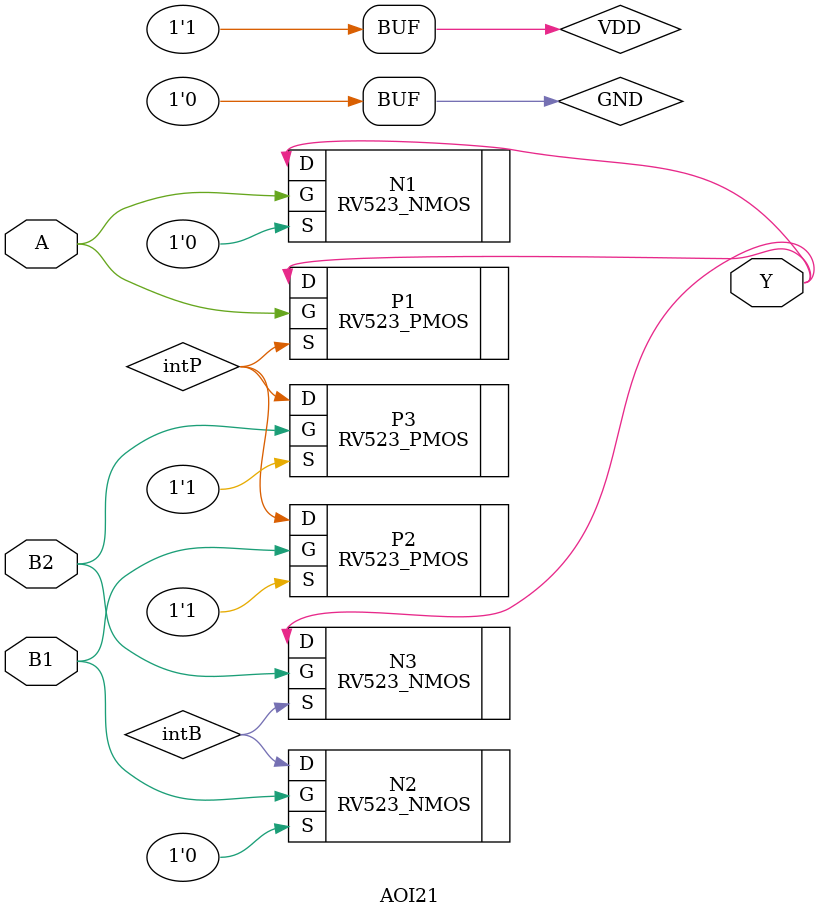
<source format=v>
module AOI21(
    output Y,
    input A,
    input B1,
    input B2
);
    supply1 VDD;
    supply0 GND;
    wire intA, intB, intP;

    RV523_NMOS N1(
        .S(GND),
        .D(Y),
        .G(A)
    );
    RV523_NMOS N2(
        .S(GND),
        .D(intB),
        .G(B1)
    );
    RV523_NMOS N3(
        .S(intB),
        .D(Y),
        .G(B2)
    );
    RV523_PMOS P1(
        .S(intP),
        .D(Y),
        .G(A)
    );
    RV523_PMOS P2(
        .S(VDD),
        .D(intP),
        .G(B1)
    );
    RV523_PMOS P3(
        .S(VDD),
        .D(intP),
        .G(B2)
    );
endmodule
</source>
